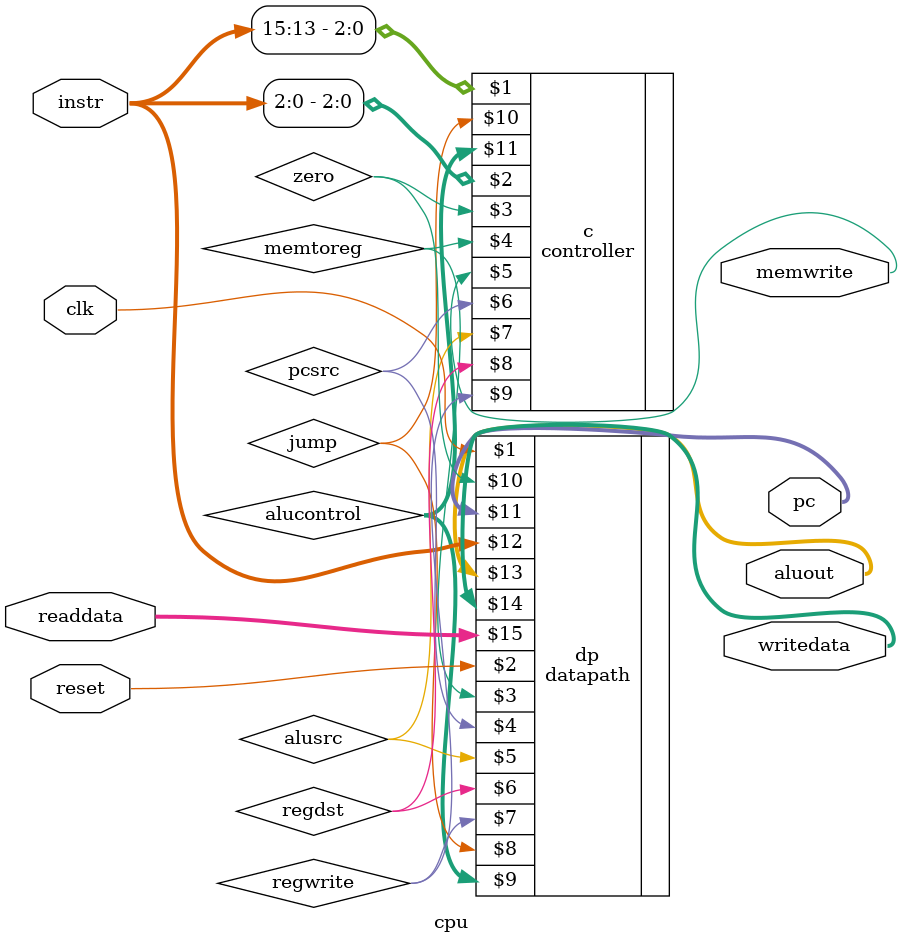
<source format=sv>
`ifndef CPU
`define CPU

`timescale 1ns/100ps

`include "../controller/controller.sv"
`include "../datapath/datapath.sv"

module cpu
    #(parameter n = 16)(
    //
    // ---------------- PORT DEFINITIONS ----------------
    //
    input  logic           clk, reset,
    output logic [(n-1):0] pc,
    input  logic [(n-1):0] instr,
    output logic           memwrite,
    output logic [(n-1):0] aluout, writedata,
    input  logic [(n-1):0] readdata
);
    //
    // ---------------- MODULE DESIGN IMPLEMENTATION ----------------
    //
    
    // cpu internal components
    logic       memtoreg, alusrc, regdst, regwrite, jump, pcsrc, zero;
    logic [2:0] alucontrol;

    
    controller c(instr[(15):13], instr[2:0], zero,
                    memtoreg, memwrite, pcsrc,
                    alusrc, regdst, regwrite, jump,
                    alucontrol);

    datapath dp(clk, reset, memtoreg, pcsrc, //added 1 after reset b/c pc_enable must equal 1 to function
                    alusrc, regdst, regwrite, jump,
                    alucontrol,
                    zero, pc, instr,
                    aluout, writedata, readdata);

endmodule

`endif // CPU

</source>
